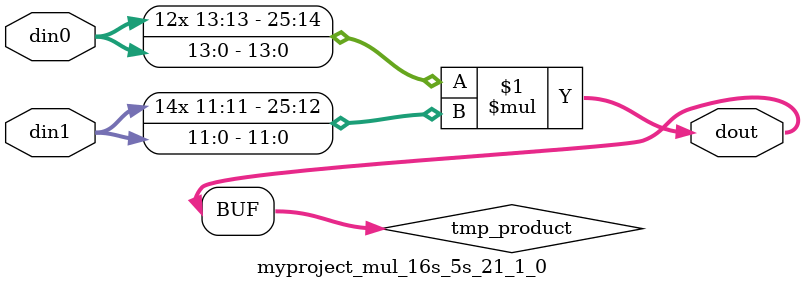
<source format=v>

`timescale 1 ns / 1 ps

  module myproject_mul_16s_5s_21_1_0(din0, din1, dout);
parameter ID = 1;
parameter NUM_STAGE = 0;
parameter din0_WIDTH = 14;
parameter din1_WIDTH = 12;
parameter dout_WIDTH = 26;

input [din0_WIDTH - 1 : 0] din0; 
input [din1_WIDTH - 1 : 0] din1; 
output [dout_WIDTH - 1 : 0] dout;

wire signed [dout_WIDTH - 1 : 0] tmp_product;













assign tmp_product = $signed(din0) * $signed(din1);








assign dout = tmp_product;







endmodule

</source>
